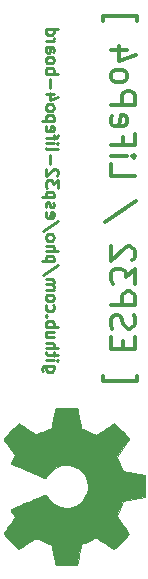
<source format=gbr>
G04 #@! TF.GenerationSoftware,KiCad,Pcbnew,(5.0.2)-1*
G04 #@! TF.CreationDate,2019-10-20T23:59:16+02:00*
G04 #@! TF.ProjectId,esp32-lifepo4 - slim,65737033-322d-46c6-9966-65706f34202d,rev?*
G04 #@! TF.SameCoordinates,Original*
G04 #@! TF.FileFunction,Legend,Bot*
G04 #@! TF.FilePolarity,Positive*
%FSLAX46Y46*%
G04 Gerber Fmt 4.6, Leading zero omitted, Abs format (unit mm)*
G04 Created by KiCad (PCBNEW (5.0.2)-1) date 20/10/2019 23:59:16*
%MOMM*%
%LPD*%
G01*
G04 APERTURE LIST*
%ADD10C,0.250000*%
%ADD11C,0.300000*%
%ADD12C,0.010000*%
G04 APERTURE END LIST*
D10*
X145742406Y-100637915D02*
X144932882Y-100637915D01*
X144837644Y-100685534D01*
X144790025Y-100733153D01*
X144742406Y-100828391D01*
X144742406Y-100971248D01*
X144790025Y-101066486D01*
X145123359Y-100637915D02*
X145075740Y-100733153D01*
X145075740Y-100923629D01*
X145123359Y-101018867D01*
X145170978Y-101066486D01*
X145266216Y-101114105D01*
X145551930Y-101114105D01*
X145647168Y-101066486D01*
X145694787Y-101018867D01*
X145742406Y-100923629D01*
X145742406Y-100733153D01*
X145694787Y-100637915D01*
X145075740Y-100161724D02*
X145742406Y-100161724D01*
X146075740Y-100161724D02*
X146028121Y-100209343D01*
X145980501Y-100161724D01*
X146028121Y-100114105D01*
X146075740Y-100161724D01*
X145980501Y-100161724D01*
X145742406Y-99828391D02*
X145742406Y-99447438D01*
X146075740Y-99685534D02*
X145218597Y-99685534D01*
X145123359Y-99637915D01*
X145075740Y-99542676D01*
X145075740Y-99447438D01*
X145075740Y-99114105D02*
X146075740Y-99114105D01*
X145075740Y-98685534D02*
X145599549Y-98685534D01*
X145694787Y-98733153D01*
X145742406Y-98828391D01*
X145742406Y-98971248D01*
X145694787Y-99066486D01*
X145647168Y-99114105D01*
X145742406Y-97780772D02*
X145075740Y-97780772D01*
X145742406Y-98209343D02*
X145218597Y-98209343D01*
X145123359Y-98161724D01*
X145075740Y-98066486D01*
X145075740Y-97923629D01*
X145123359Y-97828391D01*
X145170978Y-97780772D01*
X145075740Y-97304581D02*
X146075740Y-97304581D01*
X145694787Y-97304581D02*
X145742406Y-97209343D01*
X145742406Y-97018867D01*
X145694787Y-96923629D01*
X145647168Y-96876010D01*
X145551930Y-96828391D01*
X145266216Y-96828391D01*
X145170978Y-96876010D01*
X145123359Y-96923629D01*
X145075740Y-97018867D01*
X145075740Y-97209343D01*
X145123359Y-97304581D01*
X145170978Y-96399819D02*
X145123359Y-96352200D01*
X145075740Y-96399819D01*
X145123359Y-96447438D01*
X145170978Y-96399819D01*
X145075740Y-96399819D01*
X145123359Y-95495057D02*
X145075740Y-95590296D01*
X145075740Y-95780772D01*
X145123359Y-95876010D01*
X145170978Y-95923629D01*
X145266216Y-95971248D01*
X145551930Y-95971248D01*
X145647168Y-95923629D01*
X145694787Y-95876010D01*
X145742406Y-95780772D01*
X145742406Y-95590296D01*
X145694787Y-95495057D01*
X145075740Y-94923629D02*
X145123359Y-95018867D01*
X145170978Y-95066486D01*
X145266216Y-95114105D01*
X145551930Y-95114105D01*
X145647168Y-95066486D01*
X145694787Y-95018867D01*
X145742406Y-94923629D01*
X145742406Y-94780772D01*
X145694787Y-94685534D01*
X145647168Y-94637915D01*
X145551930Y-94590296D01*
X145266216Y-94590296D01*
X145170978Y-94637915D01*
X145123359Y-94685534D01*
X145075740Y-94780772D01*
X145075740Y-94923629D01*
X145075740Y-94161724D02*
X145742406Y-94161724D01*
X145647168Y-94161724D02*
X145694787Y-94114105D01*
X145742406Y-94018867D01*
X145742406Y-93876010D01*
X145694787Y-93780772D01*
X145599549Y-93733153D01*
X145075740Y-93733153D01*
X145599549Y-93733153D02*
X145694787Y-93685534D01*
X145742406Y-93590296D01*
X145742406Y-93447438D01*
X145694787Y-93352200D01*
X145599549Y-93304581D01*
X145075740Y-93304581D01*
X146123359Y-92114105D02*
X144837644Y-92971248D01*
X145742406Y-91780772D02*
X144742406Y-91780772D01*
X145694787Y-91780772D02*
X145742406Y-91685534D01*
X145742406Y-91495057D01*
X145694787Y-91399819D01*
X145647168Y-91352200D01*
X145551930Y-91304581D01*
X145266216Y-91304581D01*
X145170978Y-91352200D01*
X145123359Y-91399819D01*
X145075740Y-91495057D01*
X145075740Y-91685534D01*
X145123359Y-91780772D01*
X145075740Y-90876010D02*
X146075740Y-90876010D01*
X145075740Y-90447438D02*
X145599549Y-90447438D01*
X145694787Y-90495057D01*
X145742406Y-90590296D01*
X145742406Y-90733153D01*
X145694787Y-90828391D01*
X145647168Y-90876010D01*
X145075740Y-89828391D02*
X145123359Y-89923629D01*
X145170978Y-89971248D01*
X145266216Y-90018867D01*
X145551930Y-90018867D01*
X145647168Y-89971248D01*
X145694787Y-89923629D01*
X145742406Y-89828391D01*
X145742406Y-89685534D01*
X145694787Y-89590296D01*
X145647168Y-89542676D01*
X145551930Y-89495057D01*
X145266216Y-89495057D01*
X145170978Y-89542676D01*
X145123359Y-89590296D01*
X145075740Y-89685534D01*
X145075740Y-89828391D01*
X146123359Y-88352200D02*
X144837644Y-89209343D01*
X145123359Y-87637915D02*
X145075740Y-87733153D01*
X145075740Y-87923629D01*
X145123359Y-88018867D01*
X145218597Y-88066486D01*
X145599549Y-88066486D01*
X145694787Y-88018867D01*
X145742406Y-87923629D01*
X145742406Y-87733153D01*
X145694787Y-87637915D01*
X145599549Y-87590296D01*
X145504311Y-87590296D01*
X145409073Y-88066486D01*
X145123359Y-87209343D02*
X145075740Y-87114105D01*
X145075740Y-86923629D01*
X145123359Y-86828391D01*
X145218597Y-86780772D01*
X145266216Y-86780772D01*
X145361454Y-86828391D01*
X145409073Y-86923629D01*
X145409073Y-87066486D01*
X145456692Y-87161724D01*
X145551930Y-87209343D01*
X145599549Y-87209343D01*
X145694787Y-87161724D01*
X145742406Y-87066486D01*
X145742406Y-86923629D01*
X145694787Y-86828391D01*
X145742406Y-86352200D02*
X144742406Y-86352200D01*
X145694787Y-86352200D02*
X145742406Y-86256962D01*
X145742406Y-86066486D01*
X145694787Y-85971248D01*
X145647168Y-85923629D01*
X145551930Y-85876010D01*
X145266216Y-85876010D01*
X145170978Y-85923629D01*
X145123359Y-85971248D01*
X145075740Y-86066486D01*
X145075740Y-86256962D01*
X145123359Y-86352200D01*
X146075740Y-85542676D02*
X146075740Y-84923629D01*
X145694787Y-85256962D01*
X145694787Y-85114105D01*
X145647168Y-85018867D01*
X145599549Y-84971248D01*
X145504311Y-84923629D01*
X145266216Y-84923629D01*
X145170978Y-84971248D01*
X145123359Y-85018867D01*
X145075740Y-85114105D01*
X145075740Y-85399819D01*
X145123359Y-85495057D01*
X145170978Y-85542676D01*
X145980501Y-84542676D02*
X146028121Y-84495057D01*
X146075740Y-84399819D01*
X146075740Y-84161724D01*
X146028121Y-84066486D01*
X145980501Y-84018867D01*
X145885263Y-83971248D01*
X145790025Y-83971248D01*
X145647168Y-84018867D01*
X145075740Y-84590296D01*
X145075740Y-83971248D01*
X145456692Y-83542676D02*
X145456692Y-82780772D01*
X145075740Y-82161724D02*
X145123359Y-82256962D01*
X145218597Y-82304581D01*
X146075740Y-82304581D01*
X145075740Y-81780772D02*
X145742406Y-81780772D01*
X146075740Y-81780772D02*
X146028121Y-81828391D01*
X145980501Y-81780772D01*
X146028121Y-81733153D01*
X146075740Y-81780772D01*
X145980501Y-81780772D01*
X145742406Y-81447438D02*
X145742406Y-81066486D01*
X145075740Y-81304581D02*
X145932882Y-81304581D01*
X146028121Y-81256962D01*
X146075740Y-81161724D01*
X146075740Y-81066486D01*
X145123359Y-80352200D02*
X145075740Y-80447438D01*
X145075740Y-80637915D01*
X145123359Y-80733153D01*
X145218597Y-80780772D01*
X145599549Y-80780772D01*
X145694787Y-80733153D01*
X145742406Y-80637915D01*
X145742406Y-80447438D01*
X145694787Y-80352200D01*
X145599549Y-80304581D01*
X145504311Y-80304581D01*
X145409073Y-80780772D01*
X145742406Y-79876010D02*
X144742406Y-79876010D01*
X145694787Y-79876010D02*
X145742406Y-79780772D01*
X145742406Y-79590296D01*
X145694787Y-79495057D01*
X145647168Y-79447438D01*
X145551930Y-79399819D01*
X145266216Y-79399819D01*
X145170978Y-79447438D01*
X145123359Y-79495057D01*
X145075740Y-79590296D01*
X145075740Y-79780772D01*
X145123359Y-79876010D01*
X145075740Y-78828391D02*
X145123359Y-78923629D01*
X145170978Y-78971248D01*
X145266216Y-79018867D01*
X145551930Y-79018867D01*
X145647168Y-78971248D01*
X145694787Y-78923629D01*
X145742406Y-78828391D01*
X145742406Y-78685534D01*
X145694787Y-78590296D01*
X145647168Y-78542676D01*
X145551930Y-78495057D01*
X145266216Y-78495057D01*
X145170978Y-78542676D01*
X145123359Y-78590296D01*
X145075740Y-78685534D01*
X145075740Y-78828391D01*
X145742406Y-77637915D02*
X145075740Y-77637915D01*
X146123359Y-77876010D02*
X145409073Y-78114105D01*
X145409073Y-77495057D01*
X145456692Y-77114105D02*
X145456692Y-76352200D01*
X145075740Y-75876010D02*
X146075740Y-75876010D01*
X145694787Y-75876010D02*
X145742406Y-75780772D01*
X145742406Y-75590296D01*
X145694787Y-75495057D01*
X145647168Y-75447438D01*
X145551930Y-75399819D01*
X145266216Y-75399819D01*
X145170978Y-75447438D01*
X145123359Y-75495057D01*
X145075740Y-75590296D01*
X145075740Y-75780772D01*
X145123359Y-75876010D01*
X145075740Y-74828391D02*
X145123359Y-74923629D01*
X145170978Y-74971248D01*
X145266216Y-75018867D01*
X145551930Y-75018867D01*
X145647168Y-74971248D01*
X145694787Y-74923629D01*
X145742406Y-74828391D01*
X145742406Y-74685534D01*
X145694787Y-74590296D01*
X145647168Y-74542676D01*
X145551930Y-74495057D01*
X145266216Y-74495057D01*
X145170978Y-74542676D01*
X145123359Y-74590296D01*
X145075740Y-74685534D01*
X145075740Y-74828391D01*
X145075740Y-73637915D02*
X145599549Y-73637915D01*
X145694787Y-73685534D01*
X145742406Y-73780772D01*
X145742406Y-73971248D01*
X145694787Y-74066486D01*
X145123359Y-73637915D02*
X145075740Y-73733153D01*
X145075740Y-73971248D01*
X145123359Y-74066486D01*
X145218597Y-74114105D01*
X145313835Y-74114105D01*
X145409073Y-74066486D01*
X145456692Y-73971248D01*
X145456692Y-73733153D01*
X145504311Y-73637915D01*
X145075740Y-73161724D02*
X145742406Y-73161724D01*
X145551930Y-73161724D02*
X145647168Y-73114105D01*
X145694787Y-73066486D01*
X145742406Y-72971248D01*
X145742406Y-72876010D01*
X145075740Y-72114105D02*
X146075740Y-72114105D01*
X145123359Y-72114105D02*
X145075740Y-72209343D01*
X145075740Y-72399819D01*
X145123359Y-72495057D01*
X145170978Y-72542676D01*
X145266216Y-72590296D01*
X145551930Y-72590296D01*
X145647168Y-72542676D01*
X145694787Y-72495057D01*
X145742406Y-72399819D01*
X145742406Y-72209343D01*
X145694787Y-72114105D01*
D11*
X149925692Y-101463296D02*
X149925692Y-101939486D01*
X152782835Y-101939486D01*
X152782835Y-101463296D01*
X151639978Y-99177581D02*
X151639978Y-98510915D01*
X150592359Y-98225200D02*
X150592359Y-99177581D01*
X152592359Y-99177581D01*
X152592359Y-98225200D01*
X150687597Y-97463296D02*
X150592359Y-97177581D01*
X150592359Y-96701391D01*
X150687597Y-96510915D01*
X150782835Y-96415676D01*
X150973311Y-96320438D01*
X151163787Y-96320438D01*
X151354263Y-96415676D01*
X151449501Y-96510915D01*
X151544740Y-96701391D01*
X151639978Y-97082343D01*
X151735216Y-97272819D01*
X151830454Y-97368057D01*
X152020930Y-97463296D01*
X152211406Y-97463296D01*
X152401882Y-97368057D01*
X152497121Y-97272819D01*
X152592359Y-97082343D01*
X152592359Y-96606153D01*
X152497121Y-96320438D01*
X150592359Y-95463296D02*
X152592359Y-95463296D01*
X152592359Y-94701391D01*
X152497121Y-94510915D01*
X152401882Y-94415676D01*
X152211406Y-94320438D01*
X151925692Y-94320438D01*
X151735216Y-94415676D01*
X151639978Y-94510915D01*
X151544740Y-94701391D01*
X151544740Y-95463296D01*
X152592359Y-93653772D02*
X152592359Y-92415676D01*
X151830454Y-93082343D01*
X151830454Y-92796629D01*
X151735216Y-92606153D01*
X151639978Y-92510915D01*
X151449501Y-92415676D01*
X150973311Y-92415676D01*
X150782835Y-92510915D01*
X150687597Y-92606153D01*
X150592359Y-92796629D01*
X150592359Y-93368057D01*
X150687597Y-93558534D01*
X150782835Y-93653772D01*
X152401882Y-91653772D02*
X152497121Y-91558534D01*
X152592359Y-91368057D01*
X152592359Y-90891867D01*
X152497121Y-90701391D01*
X152401882Y-90606153D01*
X152211406Y-90510915D01*
X152020930Y-90510915D01*
X151735216Y-90606153D01*
X150592359Y-91749010D01*
X150592359Y-90510915D01*
X152687597Y-86701391D02*
X150116168Y-88415676D01*
X150592359Y-83558534D02*
X150592359Y-84510915D01*
X152592359Y-84510915D01*
X150592359Y-82891867D02*
X151925692Y-82891867D01*
X152592359Y-82891867D02*
X152497121Y-82987105D01*
X152401882Y-82891867D01*
X152497121Y-82796629D01*
X152592359Y-82891867D01*
X152401882Y-82891867D01*
X151639978Y-81272819D02*
X151639978Y-81939486D01*
X150592359Y-81939486D02*
X152592359Y-81939486D01*
X152592359Y-80987105D01*
X150687597Y-79463296D02*
X150592359Y-79653772D01*
X150592359Y-80034724D01*
X150687597Y-80225200D01*
X150878073Y-80320438D01*
X151639978Y-80320438D01*
X151830454Y-80225200D01*
X151925692Y-80034724D01*
X151925692Y-79653772D01*
X151830454Y-79463296D01*
X151639978Y-79368057D01*
X151449501Y-79368057D01*
X151259025Y-80320438D01*
X150592359Y-78510915D02*
X152592359Y-78510915D01*
X152592359Y-77749010D01*
X152497121Y-77558534D01*
X152401882Y-77463296D01*
X152211406Y-77368057D01*
X151925692Y-77368057D01*
X151735216Y-77463296D01*
X151639978Y-77558534D01*
X151544740Y-77749010D01*
X151544740Y-78510915D01*
X150592359Y-76225200D02*
X150687597Y-76415676D01*
X150782835Y-76510915D01*
X150973311Y-76606153D01*
X151544740Y-76606153D01*
X151735216Y-76510915D01*
X151830454Y-76415676D01*
X151925692Y-76225200D01*
X151925692Y-75939486D01*
X151830454Y-75749010D01*
X151735216Y-75653772D01*
X151544740Y-75558534D01*
X150973311Y-75558534D01*
X150782835Y-75653772D01*
X150687597Y-75749010D01*
X150592359Y-75939486D01*
X150592359Y-76225200D01*
X151925692Y-73844248D02*
X150592359Y-73844248D01*
X152687597Y-74320438D02*
X151259025Y-74796629D01*
X151259025Y-73558534D01*
X149925692Y-71463296D02*
X149925692Y-70987105D01*
X152782835Y-70987105D01*
X152782835Y-71463296D01*
D12*
G04 #@! TO.C,REF\002A\002A\002A*
G36*
X152532481Y-109727493D02*
X151636694Y-109558620D01*
X151379823Y-108935500D01*
X151122953Y-108312380D01*
X151631272Y-107564843D01*
X151772805Y-107355494D01*
X151899176Y-107166253D01*
X152004614Y-107005953D01*
X152083351Y-106883422D01*
X152129616Y-106807494D01*
X152139592Y-106786816D01*
X152113935Y-106749565D01*
X152043006Y-106669964D01*
X151935864Y-106556935D01*
X151801571Y-106419401D01*
X151649187Y-106266284D01*
X151487774Y-106106507D01*
X151326391Y-105948991D01*
X151174099Y-105802659D01*
X151039959Y-105676433D01*
X150933032Y-105579236D01*
X150862379Y-105519989D01*
X150838733Y-105505825D01*
X150795142Y-105526209D01*
X150699640Y-105583355D01*
X150561571Y-105671255D01*
X150390276Y-105783900D01*
X150195096Y-105915283D01*
X150083769Y-105991414D01*
X149880488Y-106130178D01*
X149697048Y-106253485D01*
X149542579Y-106355351D01*
X149426212Y-106429795D01*
X149357079Y-106470835D01*
X149342551Y-106477002D01*
X149301261Y-106463022D01*
X149205029Y-106424914D01*
X149067387Y-106368429D01*
X148901863Y-106299316D01*
X148721989Y-106223326D01*
X148541293Y-106146207D01*
X148373307Y-106073711D01*
X148231561Y-106011587D01*
X148129584Y-105965584D01*
X148080907Y-105941453D01*
X148078991Y-105940029D01*
X148069696Y-105902138D01*
X148048961Y-105801227D01*
X148018823Y-105647756D01*
X147981320Y-105452184D01*
X147938492Y-105224971D01*
X147913795Y-105092405D01*
X147867568Y-104849617D01*
X147823581Y-104630322D01*
X147784240Y-104445615D01*
X147751952Y-104306591D01*
X147729124Y-104224344D01*
X147721881Y-104207811D01*
X147672860Y-104191618D01*
X147562144Y-104178552D01*
X147402683Y-104168605D01*
X147207421Y-104161768D01*
X146989307Y-104158032D01*
X146761286Y-104157389D01*
X146536306Y-104159828D01*
X146327312Y-104165343D01*
X146147253Y-104173922D01*
X146009074Y-104185559D01*
X145925723Y-104200244D01*
X145908371Y-104209051D01*
X145887573Y-104261697D01*
X145857839Y-104373253D01*
X145822662Y-104528961D01*
X145785535Y-104714067D01*
X145773524Y-104778683D01*
X145716459Y-105090225D01*
X145670503Y-105336320D01*
X145633828Y-105525101D01*
X145604608Y-105664698D01*
X145581017Y-105763244D01*
X145561229Y-105828870D01*
X145543415Y-105869707D01*
X145525751Y-105893887D01*
X145522260Y-105897270D01*
X145466021Y-105931041D01*
X145356574Y-105982559D01*
X145207321Y-106046679D01*
X145031662Y-106118257D01*
X144843000Y-106192150D01*
X144654736Y-106263213D01*
X144480273Y-106326303D01*
X144333013Y-106376275D01*
X144226357Y-106407984D01*
X144173708Y-106416288D01*
X144171864Y-106415596D01*
X144128829Y-106387460D01*
X144034143Y-106323631D01*
X143897661Y-106230816D01*
X143729239Y-106115723D01*
X143538731Y-105985059D01*
X143484592Y-105947848D01*
X143288317Y-105815167D01*
X143109235Y-105698413D01*
X142957629Y-105603947D01*
X142843783Y-105538128D01*
X142777980Y-105507318D01*
X142769896Y-105505825D01*
X142727406Y-105531712D01*
X142643230Y-105603242D01*
X142526416Y-105711220D01*
X142386011Y-105846450D01*
X142231060Y-105999738D01*
X142070612Y-106161887D01*
X141913712Y-106323703D01*
X141769408Y-106475990D01*
X141646745Y-106609553D01*
X141554771Y-106715196D01*
X141502532Y-106783724D01*
X141494003Y-106802682D01*
X141514092Y-106846809D01*
X141568272Y-106937154D01*
X141647417Y-107059001D01*
X141711120Y-107152750D01*
X141828011Y-107322618D01*
X141965645Y-107523784D01*
X142103058Y-107725563D01*
X142176602Y-107834046D01*
X142424966Y-108201238D01*
X142258308Y-108509470D01*
X142185299Y-108649892D01*
X142128550Y-108769300D01*
X142096184Y-108850094D01*
X142091680Y-108870660D01*
X142124932Y-108895390D01*
X142218897Y-108944178D01*
X142364908Y-109013383D01*
X142554297Y-109099361D01*
X142778397Y-109198472D01*
X143028540Y-109307072D01*
X143296058Y-109421521D01*
X143572285Y-109538176D01*
X143848553Y-109653395D01*
X144116194Y-109763536D01*
X144366541Y-109864957D01*
X144590926Y-109954016D01*
X144780682Y-110027071D01*
X144927141Y-110080480D01*
X145021636Y-110110601D01*
X145054090Y-110115445D01*
X145095485Y-110077051D01*
X145162683Y-109992988D01*
X145241721Y-109880829D01*
X145247974Y-109871415D01*
X145480018Y-109581528D01*
X145750735Y-109347784D01*
X146051468Y-109172209D01*
X146373560Y-109056827D01*
X146708356Y-109003666D01*
X147047199Y-109014749D01*
X147381433Y-109092104D01*
X147702402Y-109237756D01*
X147772626Y-109280608D01*
X148056194Y-109503494D01*
X148283903Y-109766805D01*
X148454570Y-110061431D01*
X148567009Y-110378255D01*
X148620038Y-110708166D01*
X148612470Y-111042050D01*
X148543123Y-111370793D01*
X148410812Y-111685282D01*
X148214353Y-111976403D01*
X148134615Y-112066456D01*
X147885013Y-112295643D01*
X147622253Y-112462650D01*
X147327722Y-112577211D01*
X147036046Y-112641015D01*
X146708109Y-112656766D01*
X146378544Y-112604245D01*
X146058491Y-112488786D01*
X145759089Y-112315725D01*
X145491478Y-112090397D01*
X145266796Y-111818136D01*
X145243113Y-111782354D01*
X145165553Y-111668994D01*
X145098353Y-111582818D01*
X145055446Y-111541619D01*
X145054090Y-111541020D01*
X145007675Y-111549865D01*
X144902335Y-111584927D01*
X144746733Y-111642563D01*
X144549537Y-111719130D01*
X144319411Y-111810982D01*
X144065020Y-111914479D01*
X143795031Y-112025975D01*
X143518109Y-112141828D01*
X143242920Y-112258393D01*
X142978128Y-112372029D01*
X142732400Y-112479090D01*
X142514400Y-112575934D01*
X142332795Y-112658917D01*
X142196250Y-112724395D01*
X142113431Y-112768727D01*
X142091680Y-112786579D01*
X142108617Y-112841130D01*
X142154044Y-112943201D01*
X142219841Y-113075191D01*
X142258308Y-113147770D01*
X142424966Y-113456001D01*
X142176602Y-113823193D01*
X142049367Y-114010636D01*
X141909348Y-114215853D01*
X141777509Y-114408163D01*
X141711120Y-114504489D01*
X141620145Y-114639969D01*
X141548050Y-114754689D01*
X141503967Y-114833684D01*
X141494648Y-114859342D01*
X141519787Y-114896687D01*
X141589967Y-114979338D01*
X141697901Y-115099281D01*
X141836303Y-115248505D01*
X141997886Y-115418995D01*
X142101633Y-115526822D01*
X142286986Y-115715468D01*
X142452770Y-115878501D01*
X142591894Y-116009328D01*
X142697265Y-116101361D01*
X142761792Y-116148009D01*
X142774887Y-116152484D01*
X142824696Y-116131716D01*
X142925408Y-116074327D01*
X143066826Y-115986683D01*
X143238754Y-115875150D01*
X143430997Y-115746093D01*
X143484592Y-115709392D01*
X143679388Y-115575664D01*
X143854768Y-115455689D01*
X144000878Y-115356175D01*
X144107863Y-115283829D01*
X144165866Y-115245360D01*
X144171864Y-115241643D01*
X144218089Y-115247201D01*
X144319723Y-115276703D01*
X144463363Y-115325005D01*
X144635607Y-115386963D01*
X144823055Y-115457433D01*
X145012303Y-115531271D01*
X145189950Y-115603333D01*
X145342594Y-115668474D01*
X145456833Y-115721551D01*
X145519265Y-115757419D01*
X145522260Y-115759969D01*
X145540102Y-115781902D01*
X145557747Y-115818948D01*
X145577020Y-115879237D01*
X145599747Y-115970900D01*
X145627757Y-116102070D01*
X145662874Y-116280878D01*
X145706926Y-116515454D01*
X145761739Y-116813931D01*
X145773524Y-116878556D01*
X145810530Y-117070090D01*
X145846732Y-117237065D01*
X145878636Y-117364728D01*
X145902749Y-117438320D01*
X145908371Y-117448188D01*
X145958211Y-117464449D01*
X146069589Y-117477666D01*
X146229558Y-117487832D01*
X146425171Y-117494936D01*
X146643481Y-117498970D01*
X146871542Y-117499926D01*
X147096407Y-117497794D01*
X147305130Y-117492565D01*
X147484763Y-117484231D01*
X147622359Y-117472783D01*
X147704973Y-117458212D01*
X147721881Y-117449428D01*
X147738937Y-117400526D01*
X147766685Y-117289169D01*
X147802718Y-117126452D01*
X147844628Y-116923470D01*
X147890010Y-116691317D01*
X147913795Y-116564834D01*
X147958656Y-116324851D01*
X147999296Y-116110845D01*
X148033675Y-115933274D01*
X148059756Y-115802598D01*
X148075500Y-115729278D01*
X148078991Y-115717211D01*
X148118342Y-115696815D01*
X148213128Y-115653702D01*
X148349806Y-115593617D01*
X148514835Y-115522309D01*
X148694674Y-115445523D01*
X148875781Y-115369006D01*
X149044614Y-115298506D01*
X149187633Y-115239769D01*
X149291295Y-115198542D01*
X149342060Y-115180572D01*
X149344279Y-115180237D01*
X149384325Y-115200609D01*
X149476482Y-115257723D01*
X149611588Y-115345575D01*
X149780486Y-115458163D01*
X149974016Y-115589485D01*
X150085180Y-115665825D01*
X150289005Y-115804932D01*
X150474058Y-115928484D01*
X150630975Y-116030454D01*
X150750397Y-116104813D01*
X150822961Y-116145533D01*
X150839228Y-116151414D01*
X150877091Y-116126133D01*
X150957935Y-116056244D01*
X151072702Y-115950673D01*
X151212336Y-115818348D01*
X151367779Y-115668197D01*
X151529975Y-115509148D01*
X151689867Y-115350129D01*
X151838397Y-115200067D01*
X151966508Y-115067890D01*
X152065144Y-114962526D01*
X152125248Y-114892903D01*
X152139592Y-114869611D01*
X152119422Y-114831686D01*
X152062758Y-114740979D01*
X151975368Y-114606307D01*
X151863021Y-114436491D01*
X151731483Y-114240350D01*
X151631272Y-114092396D01*
X151122953Y-113344860D01*
X151379823Y-112721740D01*
X151636694Y-112098620D01*
X153428268Y-111760872D01*
X153428268Y-109896367D01*
X152532481Y-109727493D01*
X152532481Y-109727493D01*
G37*
X152532481Y-109727493D02*
X151636694Y-109558620D01*
X151379823Y-108935500D01*
X151122953Y-108312380D01*
X151631272Y-107564843D01*
X151772805Y-107355494D01*
X151899176Y-107166253D01*
X152004614Y-107005953D01*
X152083351Y-106883422D01*
X152129616Y-106807494D01*
X152139592Y-106786816D01*
X152113935Y-106749565D01*
X152043006Y-106669964D01*
X151935864Y-106556935D01*
X151801571Y-106419401D01*
X151649187Y-106266284D01*
X151487774Y-106106507D01*
X151326391Y-105948991D01*
X151174099Y-105802659D01*
X151039959Y-105676433D01*
X150933032Y-105579236D01*
X150862379Y-105519989D01*
X150838733Y-105505825D01*
X150795142Y-105526209D01*
X150699640Y-105583355D01*
X150561571Y-105671255D01*
X150390276Y-105783900D01*
X150195096Y-105915283D01*
X150083769Y-105991414D01*
X149880488Y-106130178D01*
X149697048Y-106253485D01*
X149542579Y-106355351D01*
X149426212Y-106429795D01*
X149357079Y-106470835D01*
X149342551Y-106477002D01*
X149301261Y-106463022D01*
X149205029Y-106424914D01*
X149067387Y-106368429D01*
X148901863Y-106299316D01*
X148721989Y-106223326D01*
X148541293Y-106146207D01*
X148373307Y-106073711D01*
X148231561Y-106011587D01*
X148129584Y-105965584D01*
X148080907Y-105941453D01*
X148078991Y-105940029D01*
X148069696Y-105902138D01*
X148048961Y-105801227D01*
X148018823Y-105647756D01*
X147981320Y-105452184D01*
X147938492Y-105224971D01*
X147913795Y-105092405D01*
X147867568Y-104849617D01*
X147823581Y-104630322D01*
X147784240Y-104445615D01*
X147751952Y-104306591D01*
X147729124Y-104224344D01*
X147721881Y-104207811D01*
X147672860Y-104191618D01*
X147562144Y-104178552D01*
X147402683Y-104168605D01*
X147207421Y-104161768D01*
X146989307Y-104158032D01*
X146761286Y-104157389D01*
X146536306Y-104159828D01*
X146327312Y-104165343D01*
X146147253Y-104173922D01*
X146009074Y-104185559D01*
X145925723Y-104200244D01*
X145908371Y-104209051D01*
X145887573Y-104261697D01*
X145857839Y-104373253D01*
X145822662Y-104528961D01*
X145785535Y-104714067D01*
X145773524Y-104778683D01*
X145716459Y-105090225D01*
X145670503Y-105336320D01*
X145633828Y-105525101D01*
X145604608Y-105664698D01*
X145581017Y-105763244D01*
X145561229Y-105828870D01*
X145543415Y-105869707D01*
X145525751Y-105893887D01*
X145522260Y-105897270D01*
X145466021Y-105931041D01*
X145356574Y-105982559D01*
X145207321Y-106046679D01*
X145031662Y-106118257D01*
X144843000Y-106192150D01*
X144654736Y-106263213D01*
X144480273Y-106326303D01*
X144333013Y-106376275D01*
X144226357Y-106407984D01*
X144173708Y-106416288D01*
X144171864Y-106415596D01*
X144128829Y-106387460D01*
X144034143Y-106323631D01*
X143897661Y-106230816D01*
X143729239Y-106115723D01*
X143538731Y-105985059D01*
X143484592Y-105947848D01*
X143288317Y-105815167D01*
X143109235Y-105698413D01*
X142957629Y-105603947D01*
X142843783Y-105538128D01*
X142777980Y-105507318D01*
X142769896Y-105505825D01*
X142727406Y-105531712D01*
X142643230Y-105603242D01*
X142526416Y-105711220D01*
X142386011Y-105846450D01*
X142231060Y-105999738D01*
X142070612Y-106161887D01*
X141913712Y-106323703D01*
X141769408Y-106475990D01*
X141646745Y-106609553D01*
X141554771Y-106715196D01*
X141502532Y-106783724D01*
X141494003Y-106802682D01*
X141514092Y-106846809D01*
X141568272Y-106937154D01*
X141647417Y-107059001D01*
X141711120Y-107152750D01*
X141828011Y-107322618D01*
X141965645Y-107523784D01*
X142103058Y-107725563D01*
X142176602Y-107834046D01*
X142424966Y-108201238D01*
X142258308Y-108509470D01*
X142185299Y-108649892D01*
X142128550Y-108769300D01*
X142096184Y-108850094D01*
X142091680Y-108870660D01*
X142124932Y-108895390D01*
X142218897Y-108944178D01*
X142364908Y-109013383D01*
X142554297Y-109099361D01*
X142778397Y-109198472D01*
X143028540Y-109307072D01*
X143296058Y-109421521D01*
X143572285Y-109538176D01*
X143848553Y-109653395D01*
X144116194Y-109763536D01*
X144366541Y-109864957D01*
X144590926Y-109954016D01*
X144780682Y-110027071D01*
X144927141Y-110080480D01*
X145021636Y-110110601D01*
X145054090Y-110115445D01*
X145095485Y-110077051D01*
X145162683Y-109992988D01*
X145241721Y-109880829D01*
X145247974Y-109871415D01*
X145480018Y-109581528D01*
X145750735Y-109347784D01*
X146051468Y-109172209D01*
X146373560Y-109056827D01*
X146708356Y-109003666D01*
X147047199Y-109014749D01*
X147381433Y-109092104D01*
X147702402Y-109237756D01*
X147772626Y-109280608D01*
X148056194Y-109503494D01*
X148283903Y-109766805D01*
X148454570Y-110061431D01*
X148567009Y-110378255D01*
X148620038Y-110708166D01*
X148612470Y-111042050D01*
X148543123Y-111370793D01*
X148410812Y-111685282D01*
X148214353Y-111976403D01*
X148134615Y-112066456D01*
X147885013Y-112295643D01*
X147622253Y-112462650D01*
X147327722Y-112577211D01*
X147036046Y-112641015D01*
X146708109Y-112656766D01*
X146378544Y-112604245D01*
X146058491Y-112488786D01*
X145759089Y-112315725D01*
X145491478Y-112090397D01*
X145266796Y-111818136D01*
X145243113Y-111782354D01*
X145165553Y-111668994D01*
X145098353Y-111582818D01*
X145055446Y-111541619D01*
X145054090Y-111541020D01*
X145007675Y-111549865D01*
X144902335Y-111584927D01*
X144746733Y-111642563D01*
X144549537Y-111719130D01*
X144319411Y-111810982D01*
X144065020Y-111914479D01*
X143795031Y-112025975D01*
X143518109Y-112141828D01*
X143242920Y-112258393D01*
X142978128Y-112372029D01*
X142732400Y-112479090D01*
X142514400Y-112575934D01*
X142332795Y-112658917D01*
X142196250Y-112724395D01*
X142113431Y-112768727D01*
X142091680Y-112786579D01*
X142108617Y-112841130D01*
X142154044Y-112943201D01*
X142219841Y-113075191D01*
X142258308Y-113147770D01*
X142424966Y-113456001D01*
X142176602Y-113823193D01*
X142049367Y-114010636D01*
X141909348Y-114215853D01*
X141777509Y-114408163D01*
X141711120Y-114504489D01*
X141620145Y-114639969D01*
X141548050Y-114754689D01*
X141503967Y-114833684D01*
X141494648Y-114859342D01*
X141519787Y-114896687D01*
X141589967Y-114979338D01*
X141697901Y-115099281D01*
X141836303Y-115248505D01*
X141997886Y-115418995D01*
X142101633Y-115526822D01*
X142286986Y-115715468D01*
X142452770Y-115878501D01*
X142591894Y-116009328D01*
X142697265Y-116101361D01*
X142761792Y-116148009D01*
X142774887Y-116152484D01*
X142824696Y-116131716D01*
X142925408Y-116074327D01*
X143066826Y-115986683D01*
X143238754Y-115875150D01*
X143430997Y-115746093D01*
X143484592Y-115709392D01*
X143679388Y-115575664D01*
X143854768Y-115455689D01*
X144000878Y-115356175D01*
X144107863Y-115283829D01*
X144165866Y-115245360D01*
X144171864Y-115241643D01*
X144218089Y-115247201D01*
X144319723Y-115276703D01*
X144463363Y-115325005D01*
X144635607Y-115386963D01*
X144823055Y-115457433D01*
X145012303Y-115531271D01*
X145189950Y-115603333D01*
X145342594Y-115668474D01*
X145456833Y-115721551D01*
X145519265Y-115757419D01*
X145522260Y-115759969D01*
X145540102Y-115781902D01*
X145557747Y-115818948D01*
X145577020Y-115879237D01*
X145599747Y-115970900D01*
X145627757Y-116102070D01*
X145662874Y-116280878D01*
X145706926Y-116515454D01*
X145761739Y-116813931D01*
X145773524Y-116878556D01*
X145810530Y-117070090D01*
X145846732Y-117237065D01*
X145878636Y-117364728D01*
X145902749Y-117438320D01*
X145908371Y-117448188D01*
X145958211Y-117464449D01*
X146069589Y-117477666D01*
X146229558Y-117487832D01*
X146425171Y-117494936D01*
X146643481Y-117498970D01*
X146871542Y-117499926D01*
X147096407Y-117497794D01*
X147305130Y-117492565D01*
X147484763Y-117484231D01*
X147622359Y-117472783D01*
X147704973Y-117458212D01*
X147721881Y-117449428D01*
X147738937Y-117400526D01*
X147766685Y-117289169D01*
X147802718Y-117126452D01*
X147844628Y-116923470D01*
X147890010Y-116691317D01*
X147913795Y-116564834D01*
X147958656Y-116324851D01*
X147999296Y-116110845D01*
X148033675Y-115933274D01*
X148059756Y-115802598D01*
X148075500Y-115729278D01*
X148078991Y-115717211D01*
X148118342Y-115696815D01*
X148213128Y-115653702D01*
X148349806Y-115593617D01*
X148514835Y-115522309D01*
X148694674Y-115445523D01*
X148875781Y-115369006D01*
X149044614Y-115298506D01*
X149187633Y-115239769D01*
X149291295Y-115198542D01*
X149342060Y-115180572D01*
X149344279Y-115180237D01*
X149384325Y-115200609D01*
X149476482Y-115257723D01*
X149611588Y-115345575D01*
X149780486Y-115458163D01*
X149974016Y-115589485D01*
X150085180Y-115665825D01*
X150289005Y-115804932D01*
X150474058Y-115928484D01*
X150630975Y-116030454D01*
X150750397Y-116104813D01*
X150822961Y-116145533D01*
X150839228Y-116151414D01*
X150877091Y-116126133D01*
X150957935Y-116056244D01*
X151072702Y-115950673D01*
X151212336Y-115818348D01*
X151367779Y-115668197D01*
X151529975Y-115509148D01*
X151689867Y-115350129D01*
X151838397Y-115200067D01*
X151966508Y-115067890D01*
X152065144Y-114962526D01*
X152125248Y-114892903D01*
X152139592Y-114869611D01*
X152119422Y-114831686D01*
X152062758Y-114740979D01*
X151975368Y-114606307D01*
X151863021Y-114436491D01*
X151731483Y-114240350D01*
X151631272Y-114092396D01*
X151122953Y-113344860D01*
X151379823Y-112721740D01*
X151636694Y-112098620D01*
X153428268Y-111760872D01*
X153428268Y-109896367D01*
X152532481Y-109727493D01*
G04 #@! TD*
M02*

</source>
